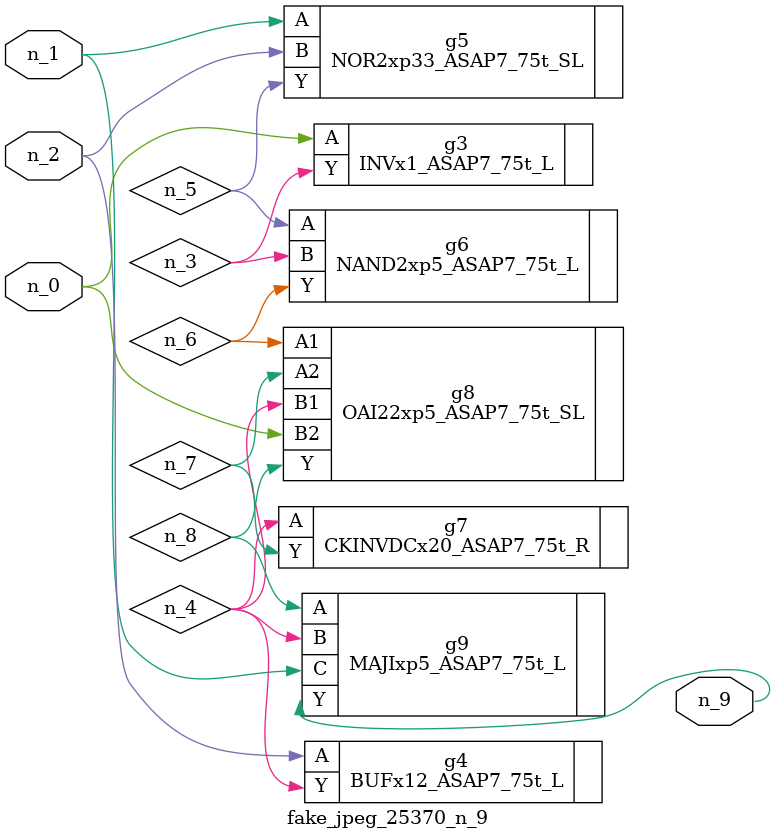
<source format=v>
module fake_jpeg_25370_n_9 (n_0, n_2, n_1, n_9);

input n_0;
input n_2;
input n_1;

output n_9;

wire n_3;
wire n_4;
wire n_8;
wire n_6;
wire n_5;
wire n_7;

INVx1_ASAP7_75t_L g3 ( 
.A(n_0),
.Y(n_3)
);

BUFx12_ASAP7_75t_L g4 ( 
.A(n_2),
.Y(n_4)
);

NOR2xp33_ASAP7_75t_SL g5 ( 
.A(n_1),
.B(n_2),
.Y(n_5)
);

NAND2xp5_ASAP7_75t_L g6 ( 
.A(n_5),
.B(n_3),
.Y(n_6)
);

OAI22xp5_ASAP7_75t_SL g8 ( 
.A1(n_6),
.A2(n_7),
.B1(n_4),
.B2(n_0),
.Y(n_8)
);

CKINVDCx20_ASAP7_75t_R g7 ( 
.A(n_4),
.Y(n_7)
);

MAJIxp5_ASAP7_75t_L g9 ( 
.A(n_8),
.B(n_4),
.C(n_1),
.Y(n_9)
);


endmodule
</source>
